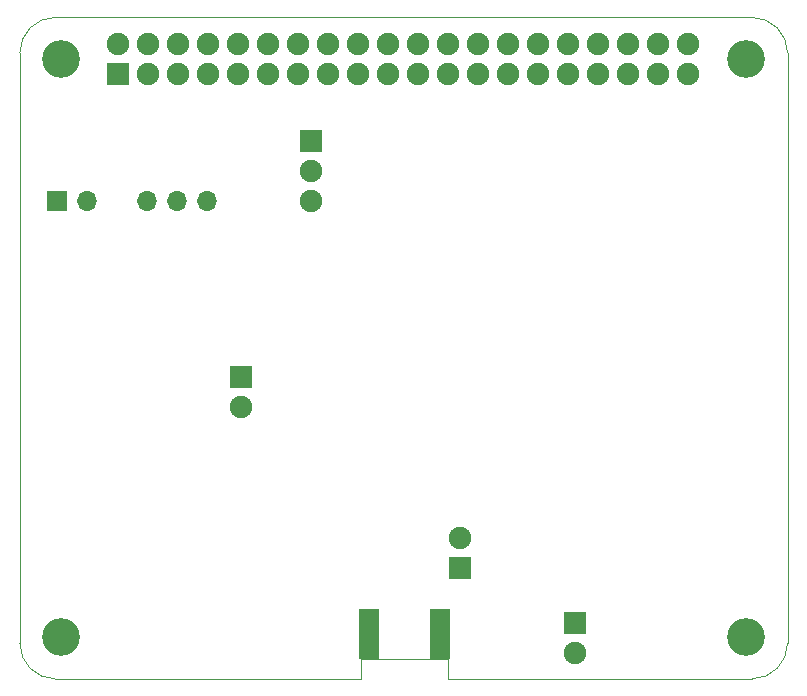
<source format=gbr>
G04 #@! TF.GenerationSoftware,KiCad,Pcbnew,5.0.0-fee4fd1~66~ubuntu18.04.1*
G04 #@! TF.CreationDate,2018-10-18T09:36:57+01:00*
G04 #@! TF.ProjectId,DDS-hat,4444532D6861742E6B696361645F7063,rev?*
G04 #@! TF.SameCoordinates,Original*
G04 #@! TF.FileFunction,Soldermask,Bot*
G04 #@! TF.FilePolarity,Negative*
%FSLAX46Y46*%
G04 Gerber Fmt 4.6, Leading zero omitted, Abs format (unit mm)*
G04 Created by KiCad (PCBNEW 5.0.0-fee4fd1~66~ubuntu18.04.1) date Thu Oct 18 09:36:57 2018*
%MOMM*%
%LPD*%
G01*
G04 APERTURE LIST*
%ADD10C,0.100000*%
%ADD11R,1.900000X1.900000*%
%ADD12O,1.900000X1.900000*%
%ADD13R,1.700000X4.200000*%
%ADD14R,1.700000X1.700000*%
%ADD15O,1.700000X1.700000*%
%ADD16C,3.200000*%
G04 APERTURE END LIST*
D10*
X114830000Y-116820000D02*
X140546356Y-116817611D01*
X107400000Y-115110000D02*
X107400000Y-116817611D01*
X114830000Y-115110000D02*
X114830000Y-116817611D01*
X107400000Y-115110000D02*
X114830000Y-115110000D01*
X78546356Y-63817611D02*
X78546356Y-113817611D01*
X78546356Y-63817611D02*
G75*
G02X81546356Y-60817611I3000000J0D01*
G01*
X140546356Y-60817611D02*
X81546356Y-60817611D01*
X140546356Y-60817611D02*
G75*
G02X143546356Y-63817611I0J-3000000D01*
G01*
X143546356Y-113817611D02*
X143546356Y-63817611D01*
X81546356Y-116817611D02*
G75*
G02X78546356Y-113817611I0J3000000D01*
G01*
X81546356Y-116817611D02*
X107400000Y-116820000D01*
X143546351Y-113822847D02*
G75*
G02X140546356Y-116817611I-2999995J5236D01*
G01*
D11*
G04 #@! TO.C,J5*
X97290000Y-91230000D03*
D12*
X97290000Y-93770000D03*
G04 #@! TD*
D11*
G04 #@! TO.C,J6*
X125510000Y-112080000D03*
D12*
X125510000Y-114620000D03*
G04 #@! TD*
D11*
G04 #@! TO.C,J4*
X103160000Y-71270000D03*
D12*
X103160000Y-73810000D03*
X103160000Y-76350000D03*
G04 #@! TD*
D13*
G04 #@! TO.C,J3*
X108110000Y-113040000D03*
X114110000Y-113040000D03*
G04 #@! TD*
D11*
G04 #@! TO.C,J2*
X115830000Y-107470000D03*
D12*
X115830000Y-104930000D03*
G04 #@! TD*
D11*
G04 #@! TO.C,J1*
X86890000Y-65610000D03*
D12*
X86890000Y-63070000D03*
X89430000Y-65610000D03*
X89430000Y-63070000D03*
X91970000Y-65610000D03*
X91970000Y-63070000D03*
X94510000Y-65610000D03*
X94510000Y-63070000D03*
X97050000Y-65610000D03*
X97050000Y-63070000D03*
X99590000Y-65610000D03*
X99590000Y-63070000D03*
X102130000Y-65610000D03*
X102130000Y-63070000D03*
X104670000Y-65610000D03*
X104670000Y-63070000D03*
X107210000Y-65610000D03*
X107210000Y-63070000D03*
X109750000Y-65610000D03*
X109750000Y-63070000D03*
X112290000Y-65610000D03*
X112290000Y-63070000D03*
X114830000Y-65610000D03*
X114830000Y-63070000D03*
X117370000Y-65610000D03*
X117370000Y-63070000D03*
X119910000Y-65610000D03*
X119910000Y-63070000D03*
X122450000Y-65610000D03*
X122450000Y-63070000D03*
X124990000Y-65610000D03*
X124990000Y-63070000D03*
X127530000Y-65610000D03*
X127530000Y-63070000D03*
X130070000Y-65610000D03*
X130070000Y-63070000D03*
X132610000Y-65610000D03*
X132610000Y-63070000D03*
X135150000Y-65610000D03*
X135150000Y-63070000D03*
G04 #@! TD*
D14*
G04 #@! TO.C,U4*
X81690000Y-76390000D03*
D15*
X84230000Y-76390000D03*
X89310000Y-76390000D03*
X91850000Y-76390000D03*
X94390000Y-76390000D03*
G04 #@! TD*
D16*
G04 #@! TO.C,H1*
X82040000Y-64310000D03*
G04 #@! TD*
G04 #@! TO.C,H2*
X140040000Y-64330000D03*
G04 #@! TD*
G04 #@! TO.C,H3*
X82040000Y-113320000D03*
G04 #@! TD*
G04 #@! TO.C,H4*
X140030000Y-113310000D03*
G04 #@! TD*
M02*

</source>
